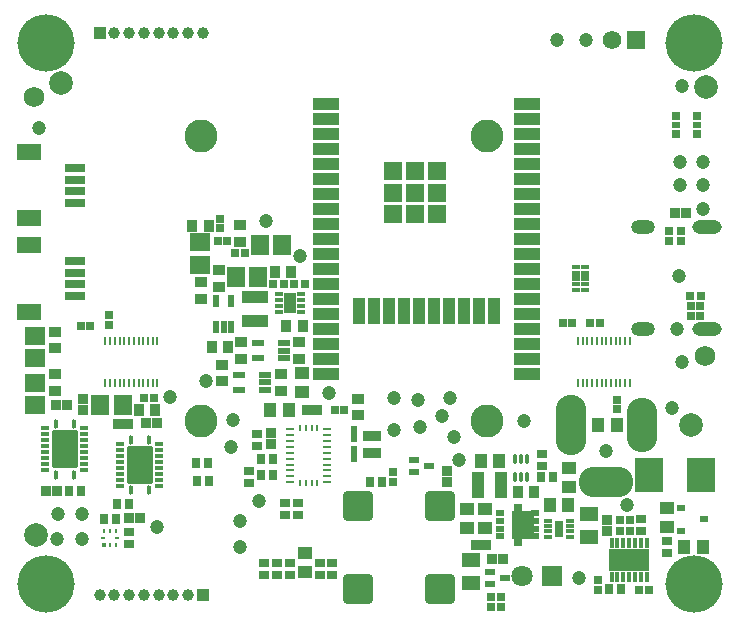
<source format=gts>
G04*
G04 #@! TF.GenerationSoftware,Altium Limited,Altium Designer,20.0.13 (296)*
G04*
G04 Layer_Color=8388736*
%FSLAX44Y44*%
%MOMM*%
G71*
G01*
G75*
%ADD36R,0.7366X0.5588*%
%ADD64R,0.2500X0.5750*%
%ADD65R,0.6750X0.2500*%
%ADD70R,0.3450X0.4500*%
%ADD71R,3.5032X1.9032*%
%ADD72R,0.4532X0.9032*%
%ADD73R,0.7532X0.6532*%
%ADD74R,1.6032X1.2532*%
%ADD75R,0.8532X0.7532*%
%ADD76R,0.6532X0.7532*%
%ADD77R,1.1032X1.2032*%
%ADD78R,1.2032X1.1032*%
%ADD79R,0.8232X0.8232*%
%ADD80R,0.7532X0.8532*%
%ADD81R,0.9132X0.5032*%
G04:AMPARAMS|DCode=82|XSize=2.6mm|YSize=2.6mm|CornerRadius=0.4625mm|HoleSize=0mm|Usage=FLASHONLY|Rotation=270.000|XOffset=0mm|YOffset=0mm|HoleType=Round|Shape=RoundedRectangle|*
%AMROUNDEDRECTD82*
21,1,2.6000,1.6750,0,0,270.0*
21,1,1.6750,2.6000,0,0,270.0*
1,1,0.9250,-0.8375,-0.8375*
1,1,0.9250,-0.8375,0.8375*
1,1,0.9250,0.8375,0.8375*
1,1,0.9250,0.8375,-0.8375*
%
%ADD82ROUNDEDRECTD82*%
%ADD83R,0.8232X0.8232*%
%ADD84C,1.2032*%
%ADD85R,0.2700X0.4500*%
%ADD86R,0.4500X0.2700*%
%ADD87R,0.7600X0.5200*%
%ADD88R,0.7400X1.4700*%
%ADD89R,0.8000X0.3500*%
%ADD90R,1.1032X0.9032*%
%ADD91R,0.7232X0.7232*%
%ADD92R,1.7032X1.5032*%
%ADD93R,1.5032X1.7032*%
G04:AMPARAMS|DCode=94|XSize=0.38mm|YSize=0.74mm|CornerRadius=0.13mm|HoleSize=0mm|Usage=FLASHONLY|Rotation=90.000|XOffset=0mm|YOffset=0mm|HoleType=Round|Shape=RoundedRectangle|*
%AMROUNDEDRECTD94*
21,1,0.3800,0.4800,0,0,90.0*
21,1,0.1200,0.7400,0,0,90.0*
1,1,0.2600,0.2400,0.0600*
1,1,0.2600,0.2400,-0.0600*
1,1,0.2600,-0.2400,-0.0600*
1,1,0.2600,-0.2400,0.0600*
%
%ADD94ROUNDEDRECTD94*%
G04:AMPARAMS|DCode=95|XSize=0.39mm|YSize=0.79mm|CornerRadius=0.1325mm|HoleSize=0mm|Usage=FLASHONLY|Rotation=0.000|XOffset=0mm|YOffset=0mm|HoleType=Round|Shape=RoundedRectangle|*
%AMROUNDEDRECTD95*
21,1,0.3900,0.5250,0,0,0.0*
21,1,0.1250,0.7900,0,0,0.0*
1,1,0.2650,0.0625,-0.2625*
1,1,0.2650,-0.0625,-0.2625*
1,1,0.2650,-0.0625,0.2625*
1,1,0.2650,0.0625,0.2625*
%
%ADD95ROUNDEDRECTD95*%
G04:AMPARAMS|DCode=96|XSize=2.19mm|YSize=3.19mm|CornerRadius=0.1213mm|HoleSize=0mm|Usage=FLASHONLY|Rotation=0.000|XOffset=0mm|YOffset=0mm|HoleType=Round|Shape=RoundedRectangle|*
%AMROUNDEDRECTD96*
21,1,2.1900,2.9475,0,0,0.0*
21,1,1.9475,3.1900,0,0,0.0*
1,1,0.2425,0.9738,-1.4738*
1,1,0.2425,-0.9738,-1.4738*
1,1,0.2425,-0.9738,1.4738*
1,1,0.2425,0.9738,1.4738*
%
%ADD96ROUNDEDRECTD96*%
%ADD97R,1.0000X0.5000*%
%ADD98R,0.6400X0.4200*%
%ADD99R,1.0400X1.7400*%
%ADD100R,0.5000X1.0000*%
%ADD101R,1.0032X2.2032*%
%ADD102R,2.2032X1.0032*%
%ADD103R,0.2500X0.7500*%
%ADD104C,2.0000*%
%ADD105R,0.6500X0.4000*%
%ADD106R,0.6500X0.5000*%
%ADD107R,0.6232X0.6632*%
%ADD108R,0.9032X1.1032*%
%ADD109R,0.7232X0.7232*%
G04:AMPARAMS|DCode=110|XSize=0.4mm|YSize=0.77mm|CornerRadius=0.0995mm|HoleSize=0mm|Usage=FLASHONLY|Rotation=0.000|XOffset=0mm|YOffset=0mm|HoleType=Round|Shape=RoundedRectangle|*
%AMROUNDEDRECTD110*
21,1,0.4000,0.5710,0,0,0.0*
21,1,0.2010,0.7700,0,0,0.0*
1,1,0.1990,0.1005,-0.2855*
1,1,0.1990,-0.1005,-0.2855*
1,1,0.1990,-0.1005,0.2855*
1,1,0.1990,0.1005,0.2855*
%
%ADD110ROUNDEDRECTD110*%
%ADD111R,1.5332X1.5332*%
%ADD112R,1.1032X2.2032*%
%ADD113R,2.2032X1.1032*%
%ADD114R,0.7520X0.7520*%
%ADD115R,0.7520X0.5520*%
%ADD116R,1.6032X0.9532*%
%ADD117R,2.0032X1.4032*%
%ADD118R,1.7532X0.8032*%
%ADD119R,2.3622X2.9462*%
%ADD120R,1.9300X2.4700*%
%ADD121R,0.6700X3.5600*%
%ADD122C,1.8032*%
%ADD123R,1.8032X1.8032*%
%ADD124O,0.6096X0.6092*%
%ADD125C,4.8500*%
%ADD126C,2.8000*%
%ADD127O,2.0000X1.2000*%
%ADD128O,2.5000X1.2000*%
%ADD129R,1.5712X1.5712*%
%ADD130C,1.5712*%
%ADD131O,4.6000X2.6000*%
%ADD132O,2.6000X5.1000*%
%ADD133O,2.6000X4.6000*%
%ADD134C,2.0032*%
%ADD135R,1.0032X1.0032*%
%ADD136C,1.0032*%
%ADD137C,1.7272*%
%ADD138C,0.7032*%
%ADD139C,0.6096*%
G36*
X363000Y369300D02*
X349700D01*
Y382600D01*
X363000D01*
Y369300D01*
D02*
G37*
G36*
X344650D02*
X331350D01*
Y382600D01*
X344650D01*
Y369300D01*
D02*
G37*
G36*
X326300D02*
X313000D01*
Y382600D01*
X326300D01*
Y369300D01*
D02*
G37*
G36*
X363000Y350950D02*
X349700D01*
Y364250D01*
X363000D01*
Y350950D01*
D02*
G37*
G36*
X344650D02*
X331350D01*
Y364250D01*
X344650D01*
Y350950D01*
D02*
G37*
G36*
X326300D02*
X313000D01*
Y364250D01*
X326300D01*
Y350950D01*
D02*
G37*
G36*
X363000Y332600D02*
X349700D01*
Y345900D01*
X363000D01*
Y332600D01*
D02*
G37*
G36*
X344650D02*
X331350D01*
Y345900D01*
X344650D01*
Y332600D01*
D02*
G37*
G36*
X326300D02*
X313000D01*
Y345900D01*
X326300D01*
Y332600D01*
D02*
G37*
D36*
X563094Y90525D02*
D03*
Y71475D02*
D03*
X582906Y81000D02*
D03*
D64*
X240500Y158125D02*
D03*
X245500D02*
D03*
X250500D02*
D03*
X255500D02*
D03*
Y111875D02*
D03*
X250500D02*
D03*
X245500D02*
D03*
X240500D02*
D03*
D65*
X232375Y112500D02*
D03*
Y117500D02*
D03*
Y122500D02*
D03*
Y127500D02*
D03*
Y132500D02*
D03*
Y137500D02*
D03*
Y142500D02*
D03*
Y147500D02*
D03*
Y152500D02*
D03*
Y157500D02*
D03*
X263625Y152500D02*
D03*
Y147500D02*
D03*
Y142500D02*
D03*
Y137500D02*
D03*
Y132500D02*
D03*
Y127500D02*
D03*
Y122500D02*
D03*
Y117500D02*
D03*
Y112500D02*
D03*
Y157500D02*
D03*
D70*
X74625Y59460D02*
D03*
D71*
X519500Y46500D02*
D03*
D72*
X504500Y32000D02*
D03*
X509500D02*
D03*
X514500D02*
D03*
X519500D02*
D03*
X524500D02*
D03*
X529500D02*
D03*
X534500D02*
D03*
X504500Y61000D02*
D03*
X509500D02*
D03*
X514500D02*
D03*
X519500D02*
D03*
X524500D02*
D03*
X529500D02*
D03*
X534500D02*
D03*
D73*
X319500Y121500D02*
D03*
Y112500D02*
D03*
X511500Y80500D02*
D03*
Y71500D02*
D03*
X520000Y80500D02*
D03*
Y71500D02*
D03*
X493000Y30000D02*
D03*
Y21000D02*
D03*
X552993Y325493D02*
D03*
Y316493D02*
D03*
X562993Y325493D02*
D03*
Y316493D02*
D03*
D74*
X385500Y27500D02*
D03*
Y46500D02*
D03*
X485500Y85500D02*
D03*
Y66500D02*
D03*
D75*
X529500Y71500D02*
D03*
Y81500D02*
D03*
X210500Y34000D02*
D03*
Y44000D02*
D03*
X96000Y70000D02*
D03*
Y60000D02*
D03*
X197500Y122000D02*
D03*
Y112000D02*
D03*
X221500Y44000D02*
D03*
Y34000D02*
D03*
X232000Y44000D02*
D03*
Y34000D02*
D03*
X257500Y44000D02*
D03*
Y34000D02*
D03*
X268000Y44000D02*
D03*
Y34000D02*
D03*
X551000Y53000D02*
D03*
Y63000D02*
D03*
X238593Y94569D02*
D03*
Y84569D02*
D03*
X227928Y94569D02*
D03*
Y84569D02*
D03*
X204216Y143392D02*
D03*
Y153392D02*
D03*
X445250Y136250D02*
D03*
Y126250D02*
D03*
D76*
X527500Y21500D02*
D03*
X536500D02*
D03*
X411000Y15500D02*
D03*
X402000D02*
D03*
X411000Y7000D02*
D03*
X402000D02*
D03*
X571086Y270268D02*
D03*
X580086D02*
D03*
X235500Y280000D02*
D03*
X244500D02*
D03*
X218000D02*
D03*
X227000D02*
D03*
D77*
X581500Y57500D02*
D03*
X565500D02*
D03*
X509000Y161000D02*
D03*
X493000D02*
D03*
X468000Y93500D02*
D03*
X452000D02*
D03*
X215000Y174000D02*
D03*
X231000D02*
D03*
X393520Y130701D02*
D03*
X409520D02*
D03*
D78*
X551000Y90500D02*
D03*
Y74500D02*
D03*
X245000Y36500D02*
D03*
Y52500D02*
D03*
X397250Y74000D02*
D03*
Y90000D02*
D03*
X382000Y74000D02*
D03*
Y90000D02*
D03*
X468500Y108500D02*
D03*
Y124500D02*
D03*
X242000Y189000D02*
D03*
Y205000D02*
D03*
D79*
X501000Y80500D02*
D03*
Y71500D02*
D03*
X365000Y122000D02*
D03*
Y113000D02*
D03*
X57150Y182792D02*
D03*
Y173792D02*
D03*
X216000Y145000D02*
D03*
Y154000D02*
D03*
D80*
X310000Y113000D02*
D03*
X300000D02*
D03*
X153309Y113500D02*
D03*
X163309D02*
D03*
X74500Y81500D02*
D03*
X84500D02*
D03*
X153000Y128500D02*
D03*
X163000D02*
D03*
X512500Y22000D02*
D03*
X502500D02*
D03*
X45500Y105000D02*
D03*
X55500D02*
D03*
X86000Y94000D02*
D03*
X96000D02*
D03*
X445000Y117000D02*
D03*
X455000D02*
D03*
X217598Y132390D02*
D03*
X207598D02*
D03*
X217500Y118420D02*
D03*
X207500D02*
D03*
D81*
X349700Y125950D02*
D03*
X337500Y120950D02*
D03*
Y130950D02*
D03*
X401900Y36500D02*
D03*
Y26500D02*
D03*
X414100Y31500D02*
D03*
D82*
X289500Y92000D02*
D03*
X359500D02*
D03*
X289500Y22000D02*
D03*
X359500D02*
D03*
D83*
X389500Y59500D02*
D03*
X398500D02*
D03*
X403500Y47500D02*
D03*
X412500D02*
D03*
X26000Y105000D02*
D03*
X35000D02*
D03*
X43000Y178000D02*
D03*
X34000D02*
D03*
X105000Y82500D02*
D03*
X96000D02*
D03*
X95432Y161854D02*
D03*
X86432D02*
D03*
X119490Y162362D02*
D03*
X110490D02*
D03*
X255500Y174000D02*
D03*
X246500D02*
D03*
X558364Y340162D02*
D03*
X567364D02*
D03*
D84*
X476500Y31000D02*
D03*
X582190Y363826D02*
D03*
Y343826D02*
D03*
X562190Y363826D02*
D03*
Y383826D02*
D03*
X582190D02*
D03*
X342000Y159000D02*
D03*
X34908Y64500D02*
D03*
X56000Y64500D02*
D03*
X360803Y168584D02*
D03*
X119500Y74500D02*
D03*
X367284Y183444D02*
D03*
X341000Y182000D02*
D03*
X190150Y58000D02*
D03*
X482600Y486720D02*
D03*
X320500Y157000D02*
D03*
X458470Y486720D02*
D03*
X190150Y80000D02*
D03*
X320328Y184069D02*
D03*
X564000Y448000D02*
D03*
X182644Y142103D02*
D03*
X265318Y187932D02*
D03*
X556000Y175000D02*
D03*
X561340Y287330D02*
D03*
X130412Y184877D02*
D03*
X212321Y333958D02*
D03*
X371000Y151000D02*
D03*
X184000Y165000D02*
D03*
X430500Y164000D02*
D03*
X240627Y304018D02*
D03*
X375500Y131500D02*
D03*
X206000Y97000D02*
D03*
X160919Y198035D02*
D03*
X564500Y214000D02*
D03*
X517500Y93500D02*
D03*
X499500Y139000D02*
D03*
X20000Y412000D02*
D03*
X35500Y86000D02*
D03*
X56500D02*
D03*
X560068Y242000D02*
D03*
D85*
X80000Y59460D02*
D03*
X85000D02*
D03*
Y71460D02*
D03*
X80000D02*
D03*
X75000D02*
D03*
D86*
X86000Y65460D02*
D03*
X74000D02*
D03*
D87*
X410300Y86250D02*
D03*
Y79750D02*
D03*
Y73250D02*
D03*
Y66750D02*
D03*
X439700D02*
D03*
Y73250D02*
D03*
Y79750D02*
D03*
Y86250D02*
D03*
D88*
X459750Y73250D02*
D03*
D89*
X469000Y80000D02*
D03*
Y75500D02*
D03*
Y71000D02*
D03*
Y66500D02*
D03*
X450500D02*
D03*
Y71000D02*
D03*
Y75500D02*
D03*
Y80000D02*
D03*
D90*
X289500Y169000D02*
D03*
Y183000D02*
D03*
X175000Y198000D02*
D03*
Y212000D02*
D03*
X225000Y204000D02*
D03*
Y190000D02*
D03*
X33000Y226000D02*
D03*
Y240000D02*
D03*
X33000Y204000D02*
D03*
Y190000D02*
D03*
X157000Y282000D02*
D03*
Y268000D02*
D03*
X191000Y217000D02*
D03*
Y231000D02*
D03*
X240000Y231000D02*
D03*
Y217000D02*
D03*
X190000Y316000D02*
D03*
Y330000D02*
D03*
X172000Y292000D02*
D03*
Y278000D02*
D03*
D91*
X270000Y174000D02*
D03*
X278000D02*
D03*
X579586Y261632D02*
D03*
X571586D02*
D03*
X579513Y252819D02*
D03*
X571513D02*
D03*
X116776Y183698D02*
D03*
X108776D02*
D03*
X55000Y245000D02*
D03*
X63000D02*
D03*
X463000Y247000D02*
D03*
X471000D02*
D03*
X494500Y247500D02*
D03*
X486500D02*
D03*
X194014Y306844D02*
D03*
X186014D02*
D03*
X179000Y317000D02*
D03*
X171000D02*
D03*
D92*
X16000Y177500D02*
D03*
Y196500D02*
D03*
Y217500D02*
D03*
Y236500D02*
D03*
X156000Y296500D02*
D03*
Y315500D02*
D03*
D93*
X71526Y177602D02*
D03*
X90526D02*
D03*
X205500Y286000D02*
D03*
X186500D02*
D03*
X225500Y313000D02*
D03*
X206500D02*
D03*
D94*
X25000Y158000D02*
D03*
Y153000D02*
D03*
Y148000D02*
D03*
Y143000D02*
D03*
Y138000D02*
D03*
Y133000D02*
D03*
Y128000D02*
D03*
X58000Y123000D02*
D03*
Y128000D02*
D03*
Y133000D02*
D03*
Y138000D02*
D03*
Y143000D02*
D03*
Y148000D02*
D03*
Y153000D02*
D03*
X25000Y123000D02*
D03*
X58000Y158000D02*
D03*
X88500Y144500D02*
D03*
Y139500D02*
D03*
Y134500D02*
D03*
Y129500D02*
D03*
Y124500D02*
D03*
Y119500D02*
D03*
Y114500D02*
D03*
X121500Y109500D02*
D03*
Y114500D02*
D03*
Y119500D02*
D03*
Y124500D02*
D03*
Y129500D02*
D03*
Y134500D02*
D03*
Y139500D02*
D03*
X88500Y109500D02*
D03*
X121500Y144500D02*
D03*
D95*
X49000Y162000D02*
D03*
X34000D02*
D03*
X49000Y119000D02*
D03*
X34000D02*
D03*
X112500Y148500D02*
D03*
X97500D02*
D03*
X112500Y105500D02*
D03*
X97500D02*
D03*
D96*
X41500Y140500D02*
D03*
X105000Y127000D02*
D03*
D97*
X189000Y203500D02*
D03*
X211000D02*
D03*
X189000Y190500D02*
D03*
X211000D02*
D03*
Y197000D02*
D03*
X227000Y224000D02*
D03*
Y217500D02*
D03*
X205000D02*
D03*
X227000Y230500D02*
D03*
X205000D02*
D03*
D98*
X222500Y271500D02*
D03*
Y266500D02*
D03*
Y261500D02*
D03*
Y256500D02*
D03*
X241500Y271500D02*
D03*
Y266500D02*
D03*
Y261500D02*
D03*
Y256500D02*
D03*
D99*
X232000Y264000D02*
D03*
D100*
X182500Y266000D02*
D03*
Y244000D02*
D03*
X169500Y266000D02*
D03*
Y244000D02*
D03*
X176000D02*
D03*
D101*
X391008Y110381D02*
D03*
X411008D02*
D03*
D102*
X203000Y269000D02*
D03*
Y249000D02*
D03*
D103*
X76000Y232130D02*
D03*
X80000D02*
D03*
X84000D02*
D03*
X88000D02*
D03*
X92000D02*
D03*
X96000D02*
D03*
X100000D02*
D03*
X104000D02*
D03*
X108000D02*
D03*
X112000D02*
D03*
X116000D02*
D03*
X120000D02*
D03*
X76000Y196630D02*
D03*
X80000D02*
D03*
X84000D02*
D03*
X88000D02*
D03*
X92000D02*
D03*
X96000D02*
D03*
X100000D02*
D03*
X104000D02*
D03*
X108000D02*
D03*
X112000D02*
D03*
X116000D02*
D03*
X120000D02*
D03*
X476000Y232130D02*
D03*
X480000D02*
D03*
X484000D02*
D03*
X488000D02*
D03*
X492000D02*
D03*
X496000D02*
D03*
X500000D02*
D03*
X504000D02*
D03*
X508000D02*
D03*
X512000D02*
D03*
X516000D02*
D03*
X520000D02*
D03*
X476000Y196630D02*
D03*
X480000D02*
D03*
X484000D02*
D03*
X488000D02*
D03*
X492000D02*
D03*
X496000D02*
D03*
X500000D02*
D03*
X504000D02*
D03*
X508000D02*
D03*
X512000D02*
D03*
X516000D02*
D03*
X520000D02*
D03*
D104*
X38000Y450500D02*
D03*
X16960Y68240D02*
D03*
X584767Y447000D02*
D03*
D105*
X481900Y275000D02*
D03*
Y280000D02*
D03*
Y290000D02*
D03*
Y295000D02*
D03*
X474100D02*
D03*
Y290000D02*
D03*
Y280000D02*
D03*
Y275000D02*
D03*
D106*
X481900Y285000D02*
D03*
X474100D02*
D03*
D107*
X286250Y156500D02*
D03*
Y149900D02*
D03*
X286250Y132900D02*
D03*
Y139500D02*
D03*
D108*
X103998Y174046D02*
D03*
X117998D02*
D03*
X219473Y290456D02*
D03*
X233473D02*
D03*
X229000Y245000D02*
D03*
X243000D02*
D03*
X166000Y227000D02*
D03*
X180000D02*
D03*
X439000Y104000D02*
D03*
X425000D02*
D03*
X163486Y329704D02*
D03*
X149486D02*
D03*
D109*
X79000Y254000D02*
D03*
Y246000D02*
D03*
X509000Y174500D02*
D03*
Y182500D02*
D03*
X172900Y335500D02*
D03*
Y327500D02*
D03*
D110*
X432969Y117216D02*
D03*
X422969D02*
D03*
Y132016D02*
D03*
X427969D02*
D03*
X432969D02*
D03*
X427969Y117216D02*
D03*
D111*
X338000Y339250D02*
D03*
X319650D02*
D03*
X356350Y357600D02*
D03*
X338000D02*
D03*
X319650D02*
D03*
X356350Y375950D02*
D03*
X338000D02*
D03*
X319650D02*
D03*
X356350Y339250D02*
D03*
D112*
X405150Y257500D02*
D03*
X392450D02*
D03*
X379750D02*
D03*
X367050D02*
D03*
X354350D02*
D03*
X341650D02*
D03*
X328950D02*
D03*
X316250D02*
D03*
X303550D02*
D03*
X290850D02*
D03*
D113*
X263000Y267500D02*
D03*
Y280200D02*
D03*
Y292900D02*
D03*
Y305600D02*
D03*
Y318300D02*
D03*
Y331000D02*
D03*
Y343700D02*
D03*
Y356400D02*
D03*
Y369100D02*
D03*
Y381800D02*
D03*
Y394500D02*
D03*
Y407200D02*
D03*
Y419900D02*
D03*
Y432600D02*
D03*
X433000D02*
D03*
Y419900D02*
D03*
Y407200D02*
D03*
Y394500D02*
D03*
Y381800D02*
D03*
Y369100D02*
D03*
Y356400D02*
D03*
Y343700D02*
D03*
Y331000D02*
D03*
Y318300D02*
D03*
Y305600D02*
D03*
Y292900D02*
D03*
Y280200D02*
D03*
Y267500D02*
D03*
Y242100D02*
D03*
Y229400D02*
D03*
Y216700D02*
D03*
Y204000D02*
D03*
X263000D02*
D03*
Y216700D02*
D03*
Y229400D02*
D03*
Y242100D02*
D03*
Y254800D02*
D03*
X433000D02*
D03*
D114*
X577000Y422500D02*
D03*
Y407500D02*
D03*
X559000D02*
D03*
Y422500D02*
D03*
D115*
X577000Y415000D02*
D03*
X559000D02*
D03*
D116*
X301500Y151750D02*
D03*
Y137150D02*
D03*
D117*
X11625Y257000D02*
D03*
Y313000D02*
D03*
Y335800D02*
D03*
Y391800D02*
D03*
D118*
X50375Y300000D02*
D03*
Y290000D02*
D03*
Y280000D02*
D03*
Y270000D02*
D03*
Y378800D02*
D03*
Y368800D02*
D03*
Y358800D02*
D03*
Y348800D02*
D03*
D119*
X580100Y118500D02*
D03*
X535900D02*
D03*
D120*
X429154Y76500D02*
D03*
D121*
X425000D02*
D03*
D122*
X428800Y33500D02*
D03*
D123*
X454200D02*
D03*
D124*
X41500Y153250D02*
D03*
X41500Y127750D02*
D03*
X33750Y140500D02*
D03*
X49250D02*
D03*
X105000Y139750D02*
D03*
X105000Y114250D02*
D03*
X97250Y127000D02*
D03*
X112750D02*
D03*
D125*
X574000Y484000D02*
D03*
X26000Y26000D02*
D03*
X574000D02*
D03*
X26000Y484000D02*
D03*
D126*
X157000Y406000D02*
D03*
X399000D02*
D03*
Y164000D02*
D03*
X157000D02*
D03*
D127*
X531509Y328262D02*
D03*
Y241862D02*
D03*
D128*
X585109Y328262D02*
D03*
Y241862D02*
D03*
D129*
X525000Y487000D02*
D03*
D130*
X505000D02*
D03*
D131*
X499750Y112750D02*
D03*
D132*
X470000Y161000D02*
D03*
D133*
X530000Y161000D02*
D03*
D134*
X571750Y161000D02*
D03*
D135*
X71000Y493000D02*
D03*
X158500Y17000D02*
D03*
D136*
X83500Y493000D02*
D03*
X96000D02*
D03*
X108500D02*
D03*
X121000D02*
D03*
X133500D02*
D03*
X146000D02*
D03*
X158500D02*
D03*
X121000Y17000D02*
D03*
X108500D02*
D03*
X133500D02*
D03*
X146000D02*
D03*
X83500D02*
D03*
X96000D02*
D03*
X71000D02*
D03*
D137*
X583500Y219500D02*
D03*
X15865Y438393D02*
D03*
D138*
X509500Y41500D02*
D03*
Y51500D02*
D03*
X519500Y41500D02*
D03*
Y51500D02*
D03*
X529500Y41500D02*
D03*
Y51500D02*
D03*
D139*
X232000Y259000D02*
D03*
Y269000D02*
D03*
M02*

</source>
